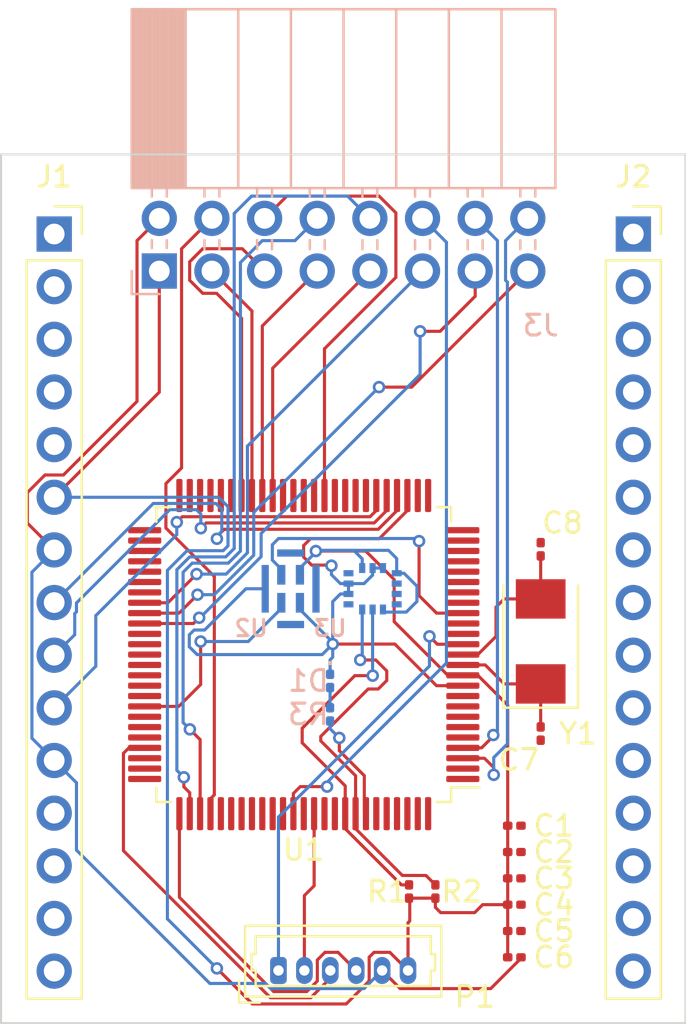
<source format=kicad_pcb>
(kicad_pcb (version 20211014) (generator pcbnew)
  (layers (0 "F.Cu" signal) (31 "B.Cu" signal) (34 "B.Paste" user) (35 "F.Paste" user) (36 "B.SilkS" user "B.Silkscreen") (37 "F.SilkS" user "F.Silkscreen") (38 "B.Mask" user) (39 "F.Mask" user) (44 "Edge.Cuts" user))
  (net 0 "")
  (net 1 "/NRST")
  (net 2 "/SWO")
  (net 3 "/SWDIO")
  (net 4 "/SWCLK")
  (net 5 "GND")
  (net 6 "VDD")
  (net 16 "/OSC_IN")
  (net 17 "/OSC_OUT")
  (net 33 "/SPI1_SCK")
  (net 34 "/SPI1_MISO")
  (net 39 "/SPI1_MOSI")
  (net 94 "Net-(D1-Pad2)")
  (net 106 "/I2C1_SCL")
  (net 107 "/SAI1_FS")
  (net 108 "/SAI1_SCK")
  (net 109 "/SPI2_MISO")
  (net 110 "/SPI3_MOSI")
  (net 111 "/SPI4_NSS")
  (net 112 "/SPI4_SCK")
  (net 113 "/SPI4_MISO")
  (net 114 "/SPI4_MOSI")
  (net 115 "/SAI2_SD")
  (net 116 "/SAI2_FS")
  (net 117 "/SAI2_SCK")
  (net 118 "/SPI2_CLK")
  (net 119 "/SPI3_NSS")
  (net 120 "/SPI3_SCK")
  (net 121 "/SPI3_MISO")
  (net 122 "/SAI1_SD")
  (net 123 "/I2C1_SDA")
  (net 129 "/boot0")
  (footprint "Connector_Molex:Molex_PicoBlade_53047-0610_1x06_P1.25mm_Vertical" (layer "F.Cu") (at 102.285 132.08)
    (fp_text reference "P1")
    (fp_text value "Conn_01x06" hide)
  )
  (footprint "Capacitor_SMD:C_0201_0603Metric" (layer "F.Cu") (at 113.665 131.445 180)
    (fp_text reference "C6")
    (fp_text value "100nF" hide)
  )
  (footprint "Resistor_SMD:R_0201_0603Metric" (layer "F.Cu") (at 109.855 128.27 90)
    (fp_text reference "R2")
    (fp_text value "10kOhm" hide)
  )
  (footprint "Crystal:Crystal_SMD_Abracon_ABM3-2Pin_5.0x3.2mm" (layer "F.Cu") (at 114.935 116.205 90)
    (fp_text reference "Y1")
    (fp_text value "Crystal" hide)
  )
  (footprint "Resistor_SMD:R_0201_0603Metric" (layer "F.Cu") (at 108.585 128.27 90)
    (fp_text reference "R1")
    (fp_text value "10kOhm" hide)
  )
  (footprint "Capacitor_SMD:C_0201_0603Metric" (layer "F.Cu") (at 114.935 111.76 -90)
    (fp_text reference "C8")
    (fp_text value "1pF" hide)
  )
  (footprint "Capacitor_SMD:C_0201_0603Metric" (layer "F.Cu") (at 113.665 128.905 180)
    (fp_text reference "C4")
    (fp_text value "100nF" hide)
  )
  (footprint "Package_QFP:LQFP-100_14x14mm_P0.5mm" (layer "F.Cu") (at 103.505 116.84 180)
    (fp_text reference "U1")
    (fp_text value "STM32F756VGTx" hide)
  )
  (footprint "Connector_PinSocket_2.54mm:PinSocket_1x15_P2.54mm_Vertical" (layer "F.Cu") (at 91.465 96.55)
    (fp_text reference "J1")
    (fp_text value "Conn_01x15 Right " hide)
  )
  (footprint "Resistor_SMD:R_0201_0603Metric" (layer "F.Cu") (at 113.665 126.365)
    (fp_text reference "C2")
    (fp_text value "1uF" hide)
  )
  (footprint "Resistor_SMD:R_0201_0603Metric" (layer "F.Cu") (at 113.665 127.635)
    (fp_text reference "C3")
    (fp_text value "100nF" hide)
  )
  (footprint "Capacitor_SMD:C_0201_0603Metric" (layer "F.Cu") (at 114.935 120.65 90)
    (fp_text reference "C7")
    (fp_text value "1pF" hide)
  )
  (footprint "Capacitor_SMD:C_0201_0603Metric" (layer "F.Cu") (at 113.665 125.095)
    (fp_text reference "C1")
    (fp_text value "100nF" hide)
  )
  (footprint "Connector_PinSocket_2.54mm:PinSocket_1x15_P2.54mm_Vertical" (layer "F.Cu") (at 119.405 96.55)
    (fp_text reference "J2")
    (fp_text value "Conn_01x15 Left" hide)
  )
  (footprint "Capacitor_SMD:C_0201_0603Metric" (layer "F.Cu") (at 113.665 130.175 180)
    (fp_text reference "C5")
    (fp_text value "100nF" hide)
  )
  (footprint "ISM:LGA-14L" (layer "B.Cu") (at 106.825247 113.665)
    (fp_text reference "U3")
    (fp_text value "ISM330DHCX" hide)
  )
  (footprint "lol:MIC-PACK" (layer "B.Cu") (at 102.87 113.665)
    (fp_text reference "U2")
    (fp_text value "MP34DT05-A" hide)
  )
  (footprint "Diode_SMD:D_0201_0603Metric" (layer "B.Cu") (at 104.775 118.11 -90)
    (fp_text reference "D1")
    (fp_text value "LED" hide)
  )
  (footprint "Connector_PinSocket_2.54mm:PinSocket_2x08_P2.54mm_Horizontal" (layer "B.Cu") (at 96.535 98.335 -90)
    (fp_text reference "J3")
    (fp_text value "DIN41612_02x08_AB_EvenPins" hide)
  )
  (footprint "Resistor_SMD:R_0201_0603Metric" (layer "B.Cu") (at 104.775 119.725 -90)
    (fp_text reference "R3")
    (fp_text value "680ohm" hide)
  )
  (gr_rect (start 88.9 92.71) (end 121.92 134.62) (layer "Edge.Cuts") (width 0.1) (fill none))
  (segment (start 109.57 115.96) (end 109.95 116.34) (width 0.15) (layer "F.Cu") (net 1))
  (segment (start 109.95 116.34) (end 111.18 116.34) (width 0.15) (layer "F.Cu") (net 1))
  (via (at 109.57 115.96) (size 0.6) (drill 0.35) (layers "F.Cu" "B.Cu") (net 1))
  (segment (start 109.57 117.393739) (end 102.285 124.678739) (width 0.15) (layer "B.Cu") (net 1))
  (segment (start 109.57 115.96) (end 109.57 117.393739) (width 0.15) (layer "B.Cu") (net 1))
  (segment (start 102.285 124.678739) (end 102.285 132.08) (width 0.15) (layer "B.Cu") (net 1))
  (segment (start 104.005 127.995) (end 103.535 128.465) (width 0.15) (layer "F.Cu") (net 2))
  (segment (start 104.005 124.515) (end 104.005 127.995) (width 0.15) (layer "F.Cu") (net 2))
  (segment (start 103.535 128.465) (end 103.535 132.08) (width 0.15) (layer "F.Cu") (net 2))
  (segment (start 103.84048 133.39552) (end 101.89952 133.39552) (width 0.15) (layer "F.Cu") (net 3))
  (segment (start 94.80548 126.30148) (end 94.80548 121.60252) (width 0.15) (layer "F.Cu") (net 3))
  (segment (start 104.785 132.451) (end 103.84048 133.39552) (width 0.15) (layer "F.Cu") (net 3))
  (segment (start 94.80548 121.60252) (end 95.068 121.34) (width 0.15) (layer "F.Cu") (net 3))
  (segment (start 95.068 121.34) (end 95.83 121.34) (width 0.15) (layer "F.Cu") (net 3))
  (segment (start 104.785 132.08) (end 104.785 132.451) (width 0.15) (layer "F.Cu") (net 3))
  (segment (start 101.89952 133.39552) (end 94.80548 126.30148) (width 0.15) (layer "F.Cu") (net 3))
  (segment (start 102.050639 133.096) (end 97.505 128.550361) (width 0.15) (layer "F.Cu") (net 4))
  (segment (start 97.505 128.550361) (end 97.505 124.515) (width 0.15) (layer "F.Cu") (net 4))
  (segment (start 103.652204 133.096) (end 102.050639 133.096) (width 0.15) (layer "F.Cu") (net 4))
  (segment (start 105.16048 131.20548) (end 104.526316 131.20548) (width 0.15) (layer "F.Cu") (net 4))
  (segment (start 104.15952 132.588684) (end 103.652204 133.096) (width 0.15) (layer "F.Cu") (net 4))
  (segment (start 104.526316 131.20548) (end 104.15952 131.572276) (width 0.15) (layer "F.Cu") (net 4))
  (segment (start 106.035 132.08) (end 105.16048 131.20548) (width 0.15) (layer "F.Cu") (net 4))
  (segment (start 104.15952 131.572276) (end 104.15952 132.588684) (width 0.15) (layer "F.Cu") (net 4))
  (segment (start 104.84 112.55) (end 104.812 112.522) (width 0.15) (layer "F.Cu") (net 5))
  (segment (start 103.886 112.522) (end 103.5 112.136) (width 0.15) (layer "F.Cu") (net 5))
  (segment (start 91.019922 108.175489) (end 90.17 109.025411) (width 0.15) (layer "F.Cu") (net 5))
  (segment (start 95.460489 104.625078) (end 91.910078 108.175489) (width 0.15) (layer "F.Cu") (net 5))
  (segment (start 103.83 111.25) (end 107.143585 111.25) (width 0.15) (layer "F.Cu") (net 5))
  (segment (start 108.15952 132.95452) (end 112.52442 132.95452) (width 0.15) (layer "F.Cu") (net 5))
  (segment (start 107.8992 116.332) (end 109.9072 118.34) (width 0.15) (layer "F.Cu") (net 5))
  (segment (start 108.505 109.888585) (end 108.505 109.165) (width 0.15) (layer "F.Cu") (net 5))
  (segment (start 107.285 132.08) (end 108.15952 132.95452) (width 0.15) (layer "F.Cu") (net 5))
  (segment (start 107.143585 111.25) (end 108.505 109.888585) (width 0.15) (layer "F.Cu") (net 5))
  (segment (start 90.17 110.495) (end 91.465 111.79) (width 0.15) (layer "F.Cu") (net 5))
  (segment (start 103.5 111.58) (end 103.83 111.25) (width 0.15) (layer "F.Cu") (net 5))
  (segment (start 109.9072 118.34) (end 111.18 118.34) (width 0.15) (layer "F.Cu") (net 5))
  (segment (start 91.910078 108.175489) (end 91.019922 108.175489) (width 0.15) (layer "F.Cu") (net 5))
  (segment (start 113.985 131.49394) (end 113.985 131.445) (width 0.15) (layer "F.Cu") (net 5))
  (segment (start 96.535 95.795) (end 95.460489 96.869511) (width 0.15) (layer "F.Cu") (net 5))
  (segment (start 90.17 109.025411) (end 90.17 110.495) (width 0.15) (layer "F.Cu") (net 5))
  (segment (start 104.812 112.522) (end 103.886 112.522) (width 0.15) (layer "F.Cu") (net 5))
  (segment (start 95.460489 96.869511) (end 95.460489 104.625078) (width 0.15) (layer "F.Cu") (net 5))
  (segment (start 103.5 112.136) (end 103.5 111.58) (width 0.15) (layer "F.Cu") (net 5))
  (segment (start 112.52442 132.95452) (end 113.985 131.49394) (width 0.15) (layer "F.Cu") (net 5))
  (segment (start 104.902 116.332) (end 107.8992 116.332) (width 0.15) (layer "F.Cu") (net 5))
  (via (at 104.84 112.55) (size 0.6) (drill 0.35) (layers "F.Cu" "B.Cu") (net 5))
  (via (at 104.902 116.332) (size 0.6) (drill 0.35) (layers "F.Cu" "B.Cu") (net 5))
  (segment (start 98.215711 115.654289) (end 97.98264 115.88736) (width 0.15) (layer "B.Cu") (net 5))
  (segment (start 104.902 114.285747) (end 105.272747 113.915) (width 0.15) (layer "B.Cu") (net 5))
  (segment (start 104.902 116.332) (end 104.902 114.285747) (width 0.15) (layer "B.Cu") (net 5))
  (segment (start 90.390489 120.875489) (end 91.465 121.95) (width 0.15) (layer "B.Cu") (net 5))
  (segment (start 105.662747 113.415) (end 105.662747 113.915) (width 0.15) (layer "B.Cu") (net 5))
  (segment (start 98.721711 115.654289) (end 98.215711 115.654289) (width 0.15) (layer "B.Cu") (net 5))
  (segment (start 97.98264 115.88736) (end 97.98264 116.46264) (width 0.15) (layer "B.Cu") (net 5))
  (segment (start 106.414269 113.415) (end 106.825247 113.004022) (width 0.15) (layer "B.Cu") (net 5))
  (segment (start 105.272747 113.915) (end 105.662747 113.915) (width 0.15) (layer "B.Cu") (net 5))
  (segment (start 92.539511 123.024511) (end 91.465 121.95) (width 0.15) (layer "B.Cu") (net 5))
  (segment (start 97.98264 116.46264) (end 98.36 116.84) (width 0.15) (layer "B.Cu") (net 5))
  (segment (start 101.909159 132.95452) (end 101.66048 132.705841) (width 0.15) (layer "B.Cu") (net 5))
  (segment (start 104.775 117.094) (end 104.902 116.967) (width 0.15) (layer "B.Cu") (net 5))
  (segment (start 104.902 116.332) (end 104.902 116.246022) (width 0.15) (layer "B.Cu") (net 5))
  (segment (start 106.41048 132.95452) (end 101.909159 132.95452) (width 0.15) (layer "B.Cu") (net 5))
  (segment (start 105.662747 113.415) (end 106.414269 113.415) (width 0.15) (layer "B.Cu") (net 5))
  (segment (start 92.539511 126.270711) (end 92.539511 123.024511) (width 0.15) (layer "B.Cu") (net 5))
  (segment (start 104.775 117.79) (end 104.775 117.094) (width 0.15) (layer "B.Cu") (net 5))
  (segment (start 103.32 114.664022) (end 103.32 114.34) (width 0.15) (layer "B.Cu") (net 5))
  (segment (start 107.285 132.08) (end 106.41048 132.95452) (width 0.15) (layer "B.Cu") (net 5))
  (segment (start 101.645 113.665) (end 100.711 113.665) (width 0.15) (layer "B.Cu") (net 5))
  (segment (start 106.825247 113.004022) (end 106.825247 112.665) (width 0.15) (layer "B.Cu") (net 5))
  (segment (start 91.465 111.79) (end 90.390489 112.864511) (width 0.15) (layer "B.Cu") (net 5))
  (segment (start 104.394 116.84) (end 104.902 116.332) (width 0.15) (layer "B.Cu") (net 5))
  (segment (start 107.325247 112.665) (end 106.825247 112.665) (width 0.15) (layer "B.Cu") (net 5))
  (segment (start 98.974641 132.705841) (end 92.539511 126.270711) (width 0.15) (layer "B.Cu") (net 5))
  (segment (start 105.272747 113.415) (end 105.662747 113.415) (width 0.15) (layer "B.Cu") (net 5))
  (segment (start 104.902 116.967) (end 104.902 116.332) (width 0.15) (layer "B.Cu") (net 5))
  (segment (start 104.84 112.55) (end 104.84 112.982253) (width 0.15) (layer "B.Cu") (net 5))
  (segment (start 100.711 113.665) (end 98.721711 115.654289) (width 0.15) (layer "B.Cu") (net 5))
  (segment (start 98.36 116.84) (end 104.394 116.84) (width 0.15) (layer "B.Cu") (net 5))
  (segment (start 104.84 112.982253) (end 105.272747 113.415) (width 0.15) (layer "B.Cu") (net 5))
  (segment (start 101.66048 132.705841) (end 98.974641 132.705841) (width 0.15) (layer "B.Cu") (net 5))
  (segment (start 90.390489 112.864511) (end 90.390489 120.875489) (width 0.15) (layer "B.Cu") (net 5))
  (segment (start 104.902 116.246022) (end 103.32 114.664022) (width 0.15) (layer "B.Cu") (net 5))
  (segment (start 106.66048 131.43912) (end 106.89412 131.20548) (width 0.15) (layer "F.Cu") (net 6))
  (segment (start 99.314 131.9784) (end 101.03064 133.69504) (width 0.15) (layer "F.Cu") (net 6))
  (segment (start 96.535 104.18) (end 91.465 109.25) (width 0.15) (layer "F.Cu") (net 6))
  (segment (start 106.66048 132.588684) (end 106.66048 131.43912) (width 0.15) (layer "F.Cu") (net 6))
  (segment (start 108.62 129.69) (end 108.62 128.625) (width 0.15) (layer "F.Cu") (net 6))
  (segment (start 111.903585 117.84) (end 111.18 117.84) (width 0.15) (layer "F.Cu") (net 6))
  (segment (start 105.554124 133.69504) (end 106.66048 132.588684) (width 0.15) (layer "F.Cu") (net 6))
  (segment (start 112.135 128.905) (end 111.75 129.29) (width 0.15) (layer "F.Cu") (net 6))
  (segment (start 108.585 128.59) (end 109.855 128.59) (width 0.15) (layer "F.Cu") (net 6))
  (segment (start 113.345 125.095) (end 113.345 131.445) (width 0.15) (layer "F.Cu") (net 6))
  (segment (start 101.03064 133.69504) (end 105.554124 133.69504) (width 0.15) (layer "F.Cu") (net 6))
  (segment (start 106.89412 131.20548) (end 107.66048 131.20548) (width 0.15) (layer "F.Cu") (net 6))
  (segment (start 110.11 129.29) (end 109.855 129.035) (width 0.15) (layer "F.Cu") (net 6))
  (segment (start 106.493114 111.8443) (end 107.865207 113.216393) (width 0.15) (layer "F.Cu") (net 6))
  (segment (start 96.535 98.335) (end 96.535 104.18) (width 0.15) (layer "F.Cu") (net 6))
  (segment (start 104.0892 111.8443) (end 106.493114 111.8443) (width 0.15) (layer "F.Cu") (net 6))
  (segment (start 108.62 128.625) (end 108.585 128.59) (width 0.15) (layer "F.Cu") (net 6))
  (segment (start 113.345 125.095) (end 113.345 119.281415) (width 0.15) (layer "F.Cu") (net 6))
  (segment (start 108.535 132.08) (end 108.535 129.775) (width 0.15) (layer "F.Cu") (net 6))
  (segment (start 113.345 119.281415) (end 111.903585 117.84) (width 0.15) (layer "F.Cu") (net 6))
  (segment (start 111.75 129.29) (end 110.11 129.29) (width 0.15) (layer "F.Cu") (net 6))
  (segment (start 110.456415 117.84) (end 111.18 117.84) (width 0.15) (layer "F.Cu") (net 6))
  (segment (start 108.535 129.775) (end 108.62 129.69) (width 0.15) (layer "F.Cu") (net 6))
  (segment (start 113.345 128.905) (end 112.135 128.905) (width 0.15) (layer "F.Cu") (net 6))
  (segment (start 109.855 129.035) (end 109.855 128.59) (width 0.15) (layer "F.Cu") (net 6))
  (segment (start 107.865207 113.216393) (end 107.865207 115.248792) (width 0.15) (layer "F.Cu") (net 6))
  (segment (start 107.66048 131.20548) (end 108.535 132.08) (width 0.15) (layer "F.Cu") (net 6))
  (segment (start 107.865207 115.248792) (end 110.456415 117.84) (width 0.15) (layer "F.Cu") (net 6))
  (via (at 99.314 131.9784) (size 0.6) (drill 0.35) (layers "F.Cu" "B.Cu") (net 6))
  (via (at 104.0892 111.8443) (size 0.6) (drill 0.35) (layers "F.Cu" "B.Cu") (net 6))
  (segment (start 105.918 111.8108) (end 106.325247 112.218047) (width 0.15) (layer "B.Cu") (net 6))
  (segment (start 104.0892 111.896778) (end 103.32 112.665978) (width 0.15) (layer "B.Cu") (net 6))
  (segment (start 104.0892 111.8443) (end 104.1227 111.8108) (width 0.15) (layer "B.Cu") (net 6))
  (segment (start 104.1227 111.8108) (end 107.5944 111.8108) (width 0.15) (layer "B.Cu") (net 6))
  (segment (start 104.1227 111.8108) (end 105.918 111.8108) (width 0.15) (layer "B.Cu") (net 6))
  (segment (start 107.987747 112.204147) (end 107.987747 112.915) (width 0.15) (layer "B.Cu") (net 6))
  (segment (start 91.465 109.25) (end 99.3948 109.25) (width 0.15) (layer "B.Cu") (net 6))
  (segment (start 96.9264 129.5908) (end 99.314 131.9784) (width 0.15) (layer "B.Cu") (net 6))
  (segment (start 104.0892 111.8443) (end 104.0892 111.896778) (width 0.15) (layer "B.Cu") (net 6))
  (segment (start 108.966 114.275769) (end 108.966 113.538) (width 0.15) (layer "B.Cu") (net 6))
  (segment (start 99.617159 111.828111) (end 97.874289 111.828111) (width 0.15) (layer "B.Cu") (net 6))
  (segment (start 99.849991 109.705191) (end 99.849991 111.595279) (width 0.15) (layer "B.Cu") (net 6))
  (segment (start 108.966 113.538) (end 108.343 112.915) (width 0.15) (layer "B.Cu") (net 6))
  (segment (start 96.9264 112.776) (end 96.9264 129.5908) (width 0.15) (layer "B.Cu") (net 6))
  (segment (start 107.449758 114.789511) (end 108.452258 114.789511) (width 0.15) (layer "B.Cu") (net 6))
  (segment (start 106.325247 112.218047) (end 106.325247 112.665) (width 0.15) (layer "B.Cu") (net 6))
  (segment (start 108.343 112.915) (end 107.987747 112.915) (width 0.15) (layer "B.Cu") (net 6))
  (segment (start 108.452258 114.789511) (end 108.966 114.275769) (width 0.15) (layer "B.Cu") (net 6))
  (segment (start 107.5944 111.8108) (end 107.987747 112.204147) (width 0.15) (layer "B.Cu") (net 6))
  (segment (start 99.3948 109.25) (end 99.849991 109.705191) (width 0.15) (layer "B.Cu") (net 6))
  (segment (start 103.32 112.665978) (end 103.32 112.99) (width 0.15) (layer "B.Cu") (net 6))
  (segment (start 107.325247 114.665) (end 107.449758 114.789511) (width 0.15) (layer "B.Cu") (net 6))
  (segment (start 97.874289 111.828111) (end 96.9264 112.776) (width 0.15) (layer "B.Cu") (net 6))
  (segment (start 99.849991 111.595279) (end 99.617159 111.828111) (width 0.15) (layer "B.Cu") (net 6))
  (segment (start 114.935 118.255) (end 113.175 118.255) (width 0.15) (layer "F.Cu") (net 16))
  (segment (start 113.175 118.255) (end 112.26 117.34) (width 0.15) (layer "F.Cu") (net 16))
  (segment (start 114.935 118.255) (end 114.935 120.33) (width 0.15) (layer "F.Cu") (net 16))
  (segment (start 112.26 117.34) (end 111.18 117.34) (width 0.15) (layer "F.Cu") (net 16))
  (segment (start 114.935 114.155) (end 114.935 112.08) (width 0.15) (layer "F.Cu") (net 17))
  (segment (start 114.935 114.155) (end 113.175 114.155) (width 0.15) (layer "F.Cu") (net 17))
  (segment (start 112.78 114.55) (end 112.78 115.963585) (width 0.15) (layer "F.Cu") (net 17))
  (segment (start 111.903585 116.84) (end 111.18 116.84) (width 0.15) (layer "F.Cu") (net 17))
  (segment (start 113.175 114.155) (end 112.78 114.55) (width 0.15) (layer "F.Cu") (net 17))
  (segment (start 112.78 115.963585) (end 111.903585 116.84) (width 0.15) (layer "F.Cu") (net 17))
  (segment (start 108.005 109.888585) (end 108.005 109.165) (width 0.15) (layer "F.Cu") (net 33))
  (segment (start 99.314 111.252) (end 99.314 111.1504) (width 0.15) (layer "F.Cu") (net 33))
  (segment (start 107.098785 110.7948) (end 108.005 109.888585) (width 0.15) (layer "F.Cu") (net 33))
  (segment (start 99.314 111.1504) (end 99.6696 110.7948) (width 0.15) (layer "F.Cu") (net 33))
  (segment (start 99.6696 110.7948) (end 107.098785 110.7948) (width 0.15) (layer "F.Cu") (net 33))
  (via (at 99.314 111.252) (size 0.6) (drill 0.35) (layers "F.Cu" "B.Cu") (net 33))
  (segment (start 96.24548 109.54952) (end 91.465 114.33) (width 0.15) (layer "B.Cu") (net 33))
  (segment (start 99.270734 109.54952) (end 96.24548 109.54952) (width 0.15) (layer "B.Cu") (net 33))
  (segment (start 99.550471 110.889529) (end 99.550471 109.829257) (width 0.15) (layer "B.Cu") (net 33))
  (segment (start 99.314 111.252) (end 99.314 111.126) (width 0.15) (layer "B.Cu") (net 33))
  (segment (start 99.550471 109.829257) (end 99.270734 109.54952) (width 0.15) (layer "B.Cu") (net 33))
  (segment (start 99.314 111.126) (end 99.550471 110.889529) (width 0.15) (layer "B.Cu") (net 33))
  (segment (start 98.79496 110.48904) (end 106.904545 110.48904) (width 0.15) (layer "F.Cu") (net 34))
  (segment (start 107.505 109.888585) (end 107.505 109.165) (width 0.15) (layer "F.Cu") (net 34))
  (segment (start 98.54 110.744) (end 98.79496 110.48904) (width 0.15) (layer "F.Cu") (net 34))
  (segment (start 106.904545 110.48904) (end 107.505 109.888585) (width 0.15) (layer "F.Cu") (net 34))
  (via (at 98.54 110.744) (size 0.6) (drill 0.35) (layers "F.Cu" "B.Cu") (net 34))
  (segment (start 92.456 115.879) (end 91.465 116.87) (width 0.15) (layer "B.Cu") (net 34))
  (segment (start 92.456 114.858589) (end 92.456 115.879) (width 0.15) (layer "B.Cu") (net 34))
  (segment (start 92.539511 114.350489) (end 92.539511 114.775078) (width 0.15) (layer "B.Cu") (net 34))
  (segment (start 92.539511 114.775078) (end 92.456 114.858589) (width 0.15) (layer "B.Cu") (net 34))
  (segment (start 98.54 110.744) (end 98.54 110.06) (width 0.15) (layer "B.Cu") (net 34))
  (segment (start 98.32904 109.84904) (end 97.04096 109.84904) (width 0.15) (layer "B.Cu") (net 34))
  (segment (start 98.54 110.06) (end 98.32904 109.84904) (width 0.15) (layer "B.Cu") (net 34))
  (segment (start 97.04096 109.84904) (end 92.539511 114.350489) (width 0.15) (layer "B.Cu") (net 34))
  (segment (start 107.005 109.888585) (end 107.005 109.165) (width 0.15) (layer "F.Cu") (net 39))
  (segment (start 106.704065 110.18952) (end 107.005 109.888585) (width 0.15) (layer "F.Cu") (net 39))
  (segment (start 97.6395 110.18952) (end 106.704065 110.18952) (width 0.15) (layer "F.Cu") (net 39))
  (segment (start 97.37902 110.45) (end 97.6395 110.18952) (width 0.15) (layer "F.Cu") (net 39))
  (via (at 97.37902 110.45) (size 0.6) (drill 0.35) (layers "F.Cu" "B.Cu") (net 39))
  (segment (start 93.472 117.403) (end 91.465 119.41) (width 0.15) (layer "B.Cu") (net 39))
  (segment (start 97.37902 110.45) (end 97.37902 111.05338) (width 0.15) (layer "B.Cu") (net 39))
  (segment (start 93.472 114.9604) (end 93.472 117.403) (width 0.15) (layer "B.Cu") (net 39))
  (segment (start 97.37902 111.05338) (end 93.472 114.9604) (width 0.15) (layer "B.Cu") (net 39))
  (segment (start 104.775 119.405) (end 104.775 118.43) (width 0.15) (layer "B.Cu") (net 94))
  (segment (start 103.4288 120.396) (end 103.4288 121.096539) (width 0.15) (layer "F.Cu") (net 106))
  (segment (start 105.505 123.172739) (end 105.505 124.515) (width 0.15) (layer "F.Cu") (net 106))
  (segment (start 108.585 127.95) (end 108.216415 127.95) (width 0.15) (layer "F.Cu") (net 106))
  (segment (start 106.8324 117.856) (end 105.9688 117.856) (width 0.15) (layer "F.Cu") (net 106))
  (segment (start 105.505 125.238585) (end 105.505 124.515) (width 0.15) (layer "F.Cu") (net 106))
  (segment (start 105.9688 117.856) (end 103.4288 120.396) (width 0.15) (layer "F.Cu") (net 106))
  (segment (start 103.4288 121.096539) (end 105.505 123.172739) (width 0.15) (layer "F.Cu") (net 106))
  (segment (start 108.216415 127.95) (end 105.505 125.238585) (width 0.15) (layer "F.Cu") (net 106))
  (via (at 106.8324 117.856) (size 0.6) (drill 0.35) (layers "F.Cu" "B.Cu") (net 106))
  (segment (start 106.8324 117.856) (end 106.825247 117.848847) (width 0.15) (layer "B.Cu") (net 106))
  (segment (start 106.825247 117.848847) (end 106.825247 114.665) (width 0.15) (layer "B.Cu") (net 106))
  (segment (start 112.221 121.84) (end 111.18 121.84) (width 0.15) (layer "F.Cu") (net 107))
  (segment (start 112.67 122.64) (end 112.67 122.289) (width 0.15) (layer "F.Cu") (net 107))
  (segment (start 112.67 122.289) (end 112.221 121.84) (width 0.15) (layer "F.Cu") (net 107))
  (via (at 112.67 122.64) (size 0.6) (drill 0.35) (layers "F.Cu" "B.Cu") (net 107))
  (segment (start 112.67 121.808061) (end 113.33 121.148061) (width 0.15) (layer "B.Cu") (net 107))
  (segment (start 113.240489 96.869511) (end 114.315 95.795) (width 0.15) (layer "B.Cu") (net 107))
  (segment (start 112.67 122.64) (end 112.67 121.808061) (width 0.15) (layer "B.Cu") (net 107))
  (segment (start 113.33 121.148061) (end 113.33 98.869589) (width 0.15) (layer "B.Cu") (net 107))
  (segment (start 113.33 98.869589) (end 113.240489 98.780078) (width 0.15) (layer "B.Cu") (net 107))
  (segment (start 113.240489 98.780078) (end 113.240489 96.869511) (width 0.15) (layer "B.Cu") (net 107))
  (segment (start 112.65 120.72) (end 112.65 120.776) (width 0.15) (layer "F.Cu") (net 108))
  (segment (start 112.086 121.34) (end 111.18 121.34) (width 0.15) (layer "F.Cu") (net 108))
  (segment (start 112.65 120.776) (end 112.086 121.34) (width 0.15) (layer "F.Cu") (net 108))
  (via (at 112.65 120.72) (size 0.6) (drill 0.35) (layers "F.Cu" "B.Cu") (net 108))
  (segment (start 112.849511 96.869511) (end 111.775 95.795) (width 0.15) (layer "B.Cu") (net 108))
  (segment (start 112.849511 120.520489) (end 112.849511 96.869511) (width 0.15) (layer "B.Cu") (net 108))
  (segment (start 112.65 120.72) (end 112.849511 120.520489) (width 0.15) (layer "B.Cu") (net 108))
  (segment (start 109.9124 114.84) (end 111.18 114.84) (width 0.15) (layer "F.Cu") (net 109))
  (segment (start 109.0676 113.9952) (end 109.9124 114.84) (width 0.15) (layer "F.Cu") (net 109))
  (segment (start 109.0676 111.365498) (end 109.0676 113.9952) (width 0.15) (layer "F.Cu") (net 109))
  (via (at 109.0676 111.365498) (size 0.6) (drill 0.35) (layers "F.Cu" "B.Cu") (net 109))
  (segment (start 101.989593 112.284593) (end 102.42 112.715) (width 0.15) (layer "B.Cu") (net 109))
  (segment (start 109.0676 111.365498) (end 108.942102 111.24) (width 0.15) (layer "B.Cu") (net 109))
  (segment (start 102.289586 111.24) (end 101.989593 111.539993) (width 0.15) (layer "B.Cu") (net 109))
  (segment (start 108.942102 111.24) (end 102.289586 111.24) (width 0.15) (layer "B.Cu") (net 109))
  (segment (start 102.42 112.715) (end 102.42 112.99) (width 0.15) (layer "B.Cu") (net 109))
  (segment (start 101.989593 111.539993) (end 101.989593 112.284593) (width 0.15) (layer "B.Cu") (net 109))
  (segment (start 107.95 98.64) (end 104.505 102.085) (width 0.15) (layer "F.Cu") (net 110))
  (segment (start 104.505 102.085) (end 104.505 109.165) (width 0.15) (layer "F.Cu") (net 110))
  (segment (start 107.95 95.530411) (end 107.95 98.64) (width 0.15) (layer "F.Cu") (net 110))
  (segment (start 101.615 95.795) (end 102.689511 94.720489) (width 0.15) (layer "F.Cu") (net 110))
  (segment (start 107.140078 94.720489) (end 107.95 95.530411) (width 0.15) (layer "F.Cu") (net 110))
  (segment (start 102.689511 94.720489) (end 107.140078 94.720489) (width 0.15) (layer "F.Cu") (net 110))
  (segment (start 102.005 103.025) (end 106.695 98.335) (width 0.15) (layer "F.Cu") (net 111))
  (segment (start 102.005 109.165) (end 102.005 103.025) (width 0.15) (layer "F.Cu") (net 111))
  (segment (start 101.505 100.985) (end 104.155 98.335) (width 0.15) (layer "F.Cu") (net 112))
  (segment (start 101.505 109.165) (end 101.505 100.985) (width 0.15) (layer "F.Cu") (net 112))
  (segment (start 99.075 98.335) (end 101.005 100.265) (width 0.15) (layer "F.Cu") (net 113))
  (segment (start 101.005 100.265) (end 101.005 109.165) (width 0.15) (layer "F.Cu") (net 113))
  (segment (start 99.299511 99.409511) (end 100.505 100.615) (width 0.15) (layer "F.Cu") (net 114))
  (segment (start 100.505 100.615) (end 100.505 109.165) (width 0.15) (layer "F.Cu") (net 114))
  (segment (start 100.540489 97.260489) (end 98.629922 97.260489) (width 0.15) (layer "F.Cu") (net 114))
  (segment (start 98.000489 97.889922) (end 98.000489 98.780078) (width 0.15) (layer "F.Cu") (net 114))
  (segment (start 98.629922 99.409511) (end 99.299511 99.409511) (width 0.15) (layer "F.Cu") (net 114))
  (segment (start 98.000489 98.780078) (end 98.629922 99.409511) (width 0.15) (layer "F.Cu") (net 114))
  (segment (start 98.629922 97.260489) (end 98.000489 97.889922) (width 0.15) (layer "F.Cu") (net 114))
  (segment (start 101.615 98.335) (end 100.540489 97.260489) (width 0.15) (layer "F.Cu") (net 114))
  (segment (start 96.951328 114.34) (end 95.83 114.34) (width 0.15) (layer "F.Cu") (net 115))
  (segment (start 98.334786 112.956542) (end 96.951328 114.34) (width 0.15) (layer "F.Cu") (net 115))
  (via (at 98.334786 112.956542) (size 0.6) (drill 0.35) (layers "F.Cu" "B.Cu") (net 115))
  (segment (start 98.334786 112.956542) (end 99.759486 112.956542) (width 0.15) (layer "B.Cu") (net 115))
  (segment (start 100.7872 106.7828) (end 109.235 98.335) (width 0.15) (layer "B.Cu") (net 115))
  (segment (start 99.759486 112.956542) (end 100.7872 111.928828) (width 0.15) (layer "B.Cu") (net 115))
  (segment (start 100.7872 111.928828) (end 100.7872 106.7828) (width 0.15) (layer "B.Cu") (net 115))
  (segment (start 98.38 113.95) (end 97.49 114.84) (width 0.15) (layer "F.Cu") (net 116))
  (segment (start 108.7132 103.9368) (end 114.315 98.335) (width 0.15) (layer "F.Cu") (net 116))
  (segment (start 107.1372 103.9368) (end 108.7132 103.9368) (width 0.15) (layer "F.Cu") (net 116))
  (segment (start 97.49 114.84) (end 95.83 114.84) (width 0.15) (layer "F.Cu") (net 116))
  (via (at 98.38 113.95) (size 0.6) (drill 0.35) (layers "F.Cu" "B.Cu") (net 116))
  (via (at 107.1372 103.9368) (size 0.6) (drill 0.35) (layers "F.Cu" "B.Cu") (net 116))
  (segment (start 98.38 113.95) (end 99.189614 113.95) (width 0.15) (layer "B.Cu") (net 116))
  (segment (start 101.092 109.982) (end 107.1372 103.9368) (width 0.15) (layer "B.Cu") (net 116))
  (segment (start 101.092 112.047614) (end 101.092 109.982) (width 0.15) (layer "B.Cu") (net 116))
  (segment (start 99.189614 113.95) (end 101.092 112.047614) (width 0.15) (layer "B.Cu") (net 116))
  (segment (start 111.775 99.553) (end 111.775 98.335) (width 0.15) (layer "F.Cu") (net 117))
  (segment (start 110.0836 101.2444) (end 111.775 99.553) (width 0.15) (layer "F.Cu") (net 117))
  (segment (start 109.1184 101.2444) (end 110.0836 101.2444) (width 0.15) (layer "F.Cu") (net 117))
  (segment (start 98.182 115.34) (end 95.83 115.34) (width 0.15) (layer "F.Cu") (net 117))
  (segment (start 98.46 115.062) (end 98.182 115.34) (width 0.15) (layer "F.Cu") (net 117))
  (via locked (at 109.1184 101.2444) (size 0.6) (drill 0.35) (layers "F.Cu" "B.Cu") (net 117))
  (via (at 98.46 115.062) (size 0.6) (drill 0.35) (layers "F.Cu" "B.Cu") (net 117))
  (segment (start 101.4476 112.1156) (end 101.4476 110.998) (width 0.15) (layer "B.Cu") (net 117))
  (segment (start 98.5012 115.062) (end 101.4476 112.1156) (width 0.15) (layer "B.Cu") (net 117))
  (segment (start 101.4476 110.998) (end 109.1184 103.3272) (width 0.15) (layer "B.Cu") (net 117))
  (segment (start 98.46 115.062) (end 98.5012 115.062) (width 0.15) (layer "B.Cu") (net 117))
  (segment (start 109.1184 103.3272) (end 109.1184 101.2444) (width 0.15) (layer "B.Cu") (net 117))
  (segment (start 98.5305 118.2839) (end 97.4744 119.34) (width 0.15) (layer "F.Cu") (net 118))
  (segment (start 98.5305 116.21) (end 98.5305 118.2839) (width 0.15) (layer "F.Cu") (net 118))
  (segment (start 97.4744 119.34) (end 95.83 119.34) (width 0.15) (layer "F.Cu") (net 118))
  (via (at 98.5305 116.21) (size 0.6) (drill 0.35) (layers "F.Cu" "B.Cu") (net 118))
  (segment (start 98.5305 116.21) (end 100.825 116.21) (width 0.15) (layer "B.Cu") (net 118))
  (segment (start 102.42 114.615) (end 102.42 114.34) (width 0.15) (layer "B.Cu") (net 118))
  (segment (start 100.825 116.21) (end 102.42 114.615) (width 0.15) (layer "B.Cu") (net 118))
  (segment (start 98.005 123.5066) (end 98.005 124.515) (width 0.15) (layer "F.Cu") (net 119))
  (segment (start 97.72 123.2216) (end 98.005 123.5066) (width 0.15) (layer "F.Cu") (net 119))
  (segment (start 97.72 122.76) (end 97.72 123.2216) (width 0.15) (layer "F.Cu") (net 119))
  (via (at 97.72 122.76) (size 0.6) (drill 0.35) (layers "F.Cu" "B.Cu") (net 119))
  (segment (start 105.620489 94.720489) (end 106.695 95.795) (width 0.15) (layer "B.Cu") (net 119))
  (segment (start 97.3836 122.4236) (end 97.3836 112.742386) (width 0.15) (layer "B.Cu") (net 119))
  (segment (start 99.741225 112.127631) (end 100.149511 111.719345) (width 0.15) (layer "B.Cu") (net 119))
  (segment (start 97.72 122.76) (end 97.3836 122.4236) (width 0.15) (layer "B.Cu") (net 119))
  (segment (start 97.998355 112.127631) (end 99.741225 112.127631) (width 0.15) (layer "B.Cu") (net 119))
  (segment (start 97.3836 112.742386) (end 97.998355 112.127631) (width 0.15) (layer "B.Cu") (net 119))
  (segment (start 100.149511 111.719345) (end 100.149511 95.557489) (width 0.15) (layer "B.Cu") (net 119))
  (segment (start 100.986511 94.720489) (end 105.620489 94.720489) (width 0.15) (layer "B.Cu") (net 119))
  (segment (start 100.149511 95.557489) (end 100.986511 94.720489) (width 0.15) (layer "B.Cu") (net 119))
  (segment (start 98.505 120.9413) (end 98.505 124.515) (width 0.15) (layer "F.Cu") (net 120))
  (segment (start 98.0105 120.4468) (end 98.505 120.9413) (width 0.15) (layer "F.Cu") (net 120))
  (via (at 98.0105 120.4468) (size 0.6) (drill 0.35) (layers "F.Cu" "B.Cu") (net 120))
  (segment (start 103.080489 96.869511) (end 101.504489 96.869511) (width 0.15) (layer "B.Cu") (net 120))
  (segment (start 100.449031 111.843411) (end 99.865291 112.427151) (width 0.15) (layer "B.Cu") (net 120))
  (segment (start 100.449031 97.924969) (end 100.449031 111.843411) (width 0.15) (layer "B.Cu") (net 120))
  (segment (start 98.122421 112.427151) (end 97.68312 112.866452) (width 0.15) (layer "B.Cu") (net 120))
  (segment (start 97.68312 112.866452) (end 97.68312 120.11942) (width 0.15) (layer "B.Cu") (net 120))
  (segment (start 101.504489 96.869511) (end 100.449031 97.924969) (width 0.15) (layer "B.Cu") (net 120))
  (segment (start 99.865291 112.427151) (end 98.122421 112.427151) (width 0.15) (layer "B.Cu") (net 120))
  (segment (start 97.68312 120.11942) (end 98.0105 120.4468) (width 0.15) (layer "B.Cu") (net 120))
  (segment (start 104.155 95.795) (end 103.080489 96.869511) (width 0.15) (layer "B.Cu") (net 120))
  (segment (start 96.85452 108.591895) (end 96.85452 110.73452) (width 0.15) (layer "F.Cu") (net 121))
  (segment (start 97.609511 97.260489) (end 97.609511 107.836904) (width 0.15) (layer "F.Cu") (net 121))
  (segment (start 99.005 123.791415) (end 99.005 124.515) (width 0.15) (layer "F.Cu") (net 121))
  (segment (start 97.609511 107.836904) (end 96.85452 108.591895) (width 0.15) (layer "F.Cu") (net 121))
  (segment (start 99.19 123.606415) (end 99.005 123.791415) (width 0.15) (layer "F.Cu") (net 121))
  (segment (start 99.19 113.07) (end 99.19 123.606415) (width 0.15) (layer "F.Cu") (net 121))
  (segment (start 99.075 95.795) (end 97.609511 97.260489) (width 0.15) (layer "F.Cu") (net 121))
  (segment (start 96.85452 110.73452) (end 99.19 113.07) (width 0.15) (layer "F.Cu") (net 121))
  (segment (start 103.335455 123.21) (end 103.005 123.540455) (width 0.15) (layer "F.Cu") (net 122))
  (segment (start 104.63 123.21) (end 103.335455 123.21) (width 0.15) (layer "F.Cu") (net 122))
  (segment (start 103.005 123.540455) (end 103.005 124.515) (width 0.15) (layer "F.Cu") (net 122))
  (via (at 104.63 123.21) (size 0.6) (drill 0.35) (layers "F.Cu" "B.Cu") (net 122))
  (segment (start 110.3884 96.9484) (end 109.235 95.795) (width 0.15) (layer "B.Cu") (net 122))
  (segment (start 104.63 123.21) (end 104.63 123.0048) (width 0.15) (layer "B.Cu") (net 122))
  (segment (start 104.63 123.0048) (end 110.3884 117.2464) (width 0.15) (layer "B.Cu") (net 122))
  (segment (start 110.3884 117.2464) (end 110.3884 96.9484) (width 0.15) (layer "B.Cu") (net 122))
  (segment (start 106.612111 118.5) (end 104.326014 120.786097) (width 0.15) (layer "F.Cu") (net 123))
  (segment (start 104.326014 120.786097) (end 104.326014 121.0056) (width 0.15) (layer "F.Cu") (net 123))
  (segment (start 106.005 122.684586) (end 106.005 124.515) (width 0.15) (layer "F.Cu") (net 123))
  (segment (start 109.855 127.95) (end 109.40048 127.49548) (width 0.15) (layer "F.Cu") (net 123))
  (segment (start 107.51 118.09) (end 107.1 118.5) (width 0.15) (layer "F.Cu") (net 123))
  (segment (start 107.51 117.63) (end 107.51 118.09) (width 0.15) (layer "F.Cu") (net 123))
  (segment (start 106.23 117.1) (end 106.98 117.1) (width 0.15) (layer "F.Cu") (net 123))
  (segment (start 107.1 118.5) (end 106.612111 118.5) (width 0.15) (layer "F.Cu") (net 123))
  (segment (start 108.261895 127.49548) (end 106.005 125.238585) (width 0.15) (layer "F.Cu") (net 123))
  (segment (start 109.40048 127.49548) (end 108.261895 127.49548) (width 0.15) (layer "F.Cu") (net 123))
  (segment (start 104.326014 121.0056) (end 106.005 122.684586) (width 0.15) (layer "F.Cu") (net 123))
  (segment (start 106.98 117.1) (end 107.51 117.63) (width 0.15) (layer "F.Cu") (net 123))
  (segment (start 106.005 125.238585) (end 106.005 124.515) (width 0.15) (layer "F.Cu") (net 123))
  (via (at 106.23 117.1) (size 0.6) (drill 0.35) (layers "F.Cu" "B.Cu") (net 123))
  (segment (start 106.325247 117.004753) (end 106.325247 114.665) (width 0.15) (layer "B.Cu") (net 123))
  (segment (start 106.23 117.1) (end 106.325247 117.004753) (width 0.15) (layer "B.Cu") (net 123))
  (segment (start 106.426 122.682) (end 106.426 124.436) (width 0.15) (layer "F.Cu") (net 129))
  (segment (start 105.22 121.476) (end 106.426 122.682) (width 0.15) (layer "F.Cu") (net 129))
  (segment (start 106.426 124.436) (end 106.505 124.515) (width 0.15) (layer "F.Cu") (net 129))
  (segment (start 105.22 120.86) (end 105.22 121.476) (width 0.15) (layer "F.Cu") (net 129))
  (via (at 105.22 120.86) (size 0.6) (drill 0.35) (layers "F.Cu" "B.Cu") (net 129))
  (segment (start 104.775 120.415) (end 104.775 120.045) (width 0.15) (layer "B.Cu") (net 129))
  (segment (start 105.22 120.86) (end 104.775 120.415) (width 0.15) (layer "B.Cu") (net 129))
)
</source>
